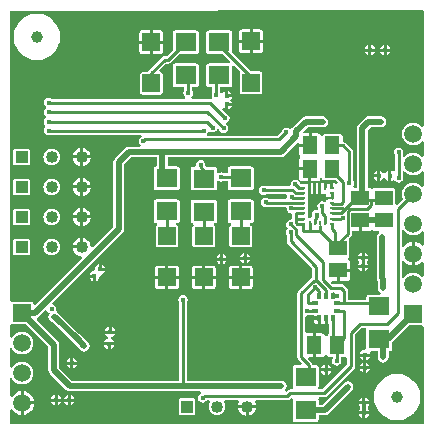
<source format=gtl>
G04 Layer_Physical_Order=1*
G04 Layer_Color=255*
%FSLAX24Y24*%
%MOIN*%
G70*
G01*
G75*
%ADD10R,0.0512X0.0591*%
%ADD11R,0.0591X0.0512*%
%ADD12R,0.0709X0.0630*%
%ADD13R,0.0591X0.0591*%
%ADD14R,0.0217X0.0157*%
%ADD15R,0.0157X0.0213*%
%ADD16R,0.0157X0.0217*%
%ADD17R,0.0177X0.0109*%
%ADD18R,0.0109X0.0177*%
%ADD19C,0.0197*%
%ADD20C,0.0098*%
%ADD21C,0.0118*%
%ADD22C,0.0591*%
%ADD23R,0.0400X0.0400*%
%ADD24C,0.0400*%
%ADD25R,0.0400X0.0400*%
%ADD26C,0.0394*%
%ADD27C,0.0150*%
%ADD28C,0.0170*%
G36*
X13976Y13946D02*
Y10120D01*
X13916Y10100D01*
X13899Y10123D01*
X13821Y10183D01*
X13730Y10221D01*
X13632Y10234D01*
X13534Y10221D01*
X13443Y10183D01*
X13365Y10123D01*
X13305Y10045D01*
X13268Y9954D01*
X13255Y9856D01*
X13268Y9759D01*
X13305Y9668D01*
X13365Y9590D01*
X13443Y9530D01*
X13534Y9492D01*
X13632Y9479D01*
X13730Y9492D01*
X13821Y9530D01*
X13899Y9590D01*
X13916Y9613D01*
X13976Y9592D01*
Y9120D01*
X13916Y9100D01*
X13899Y9123D01*
X13821Y9183D01*
X13730Y9221D01*
X13632Y9234D01*
X13534Y9221D01*
X13443Y9183D01*
X13365Y9123D01*
X13330Y9078D01*
X13270Y9098D01*
Y9170D01*
X13285Y9192D01*
X13297Y9252D01*
X13285Y9312D01*
X13251Y9363D01*
X13200Y9397D01*
X13140Y9409D01*
X13080Y9397D01*
X13029Y9363D01*
X12995Y9312D01*
X12983Y9252D01*
X12995Y9192D01*
X13009Y9170D01*
Y8633D01*
X12949Y8605D01*
X12913Y8629D01*
X12894Y8633D01*
Y8465D01*
Y8296D01*
X12913Y8300D01*
X12938Y8316D01*
X12983Y8328D01*
X13015Y8301D01*
X13029Y8280D01*
X13080Y8246D01*
X13140Y8234D01*
X13200Y8246D01*
X13251Y8280D01*
X13285Y8331D01*
X13297Y8391D01*
X13285Y8451D01*
X13270Y8472D01*
Y8615D01*
X13330Y8635D01*
X13365Y8590D01*
X13443Y8530D01*
X13534Y8492D01*
X13632Y8479D01*
X13730Y8492D01*
X13821Y8530D01*
X13899Y8590D01*
X13916Y8613D01*
X13976Y8592D01*
Y8120D01*
X13916Y8100D01*
X13899Y8123D01*
X13821Y8183D01*
X13730Y8221D01*
X13632Y8234D01*
X13534Y8221D01*
X13443Y8183D01*
X13365Y8123D01*
X13305Y8045D01*
X13268Y7954D01*
X13255Y7856D01*
X13268Y7759D01*
X13292Y7700D01*
X13083Y7492D01*
X13023Y7517D01*
Y7987D01*
X13017Y8018D01*
X13000Y8044D01*
X12974Y8061D01*
X12943Y8067D01*
X12352D01*
X12322Y8061D01*
X12296Y8044D01*
X12287Y8032D01*
X12269Y8027D01*
X12239D01*
X12221Y8032D01*
X12212Y8044D01*
X12186Y8061D01*
X12156Y8067D01*
X12115D01*
Y8292D01*
Y8588D01*
Y9989D01*
X12206Y10080D01*
X12549D01*
X12618Y10094D01*
X12677Y10133D01*
X12716Y10192D01*
X12730Y10261D01*
X12716Y10330D01*
X12677Y10389D01*
X12618Y10428D01*
X12549Y10441D01*
X12131D01*
X12062Y10428D01*
X12003Y10389D01*
X11806Y10192D01*
X11767Y10133D01*
X11753Y10064D01*
Y8588D01*
Y8292D01*
Y8067D01*
X11642D01*
X11641Y8068D01*
X11615Y8127D01*
X11636Y8159D01*
X11648Y8219D01*
X11636Y8278D01*
X11622Y8300D01*
Y9252D01*
X11612Y9302D01*
X11583Y9344D01*
X11362Y9566D01*
X11320Y9594D01*
X11271Y9604D01*
Y9769D01*
X11265Y9799D01*
X11248Y9825D01*
X11222Y9843D01*
X11191Y9849D01*
X10679D01*
X10648Y9843D01*
X10622Y9825D01*
X10605Y9799D01*
X10602Y9787D01*
X10541Y9787D01*
X10537Y9808D01*
X10515Y9841D01*
X10482Y9863D01*
X10443Y9871D01*
X10237D01*
Y9473D01*
X10187D01*
Y9423D01*
X9829D01*
Y9178D01*
X9837Y9139D01*
X9859Y9106D01*
X9849Y9053D01*
X9827Y9020D01*
X9819Y8981D01*
Y8736D01*
X10177D01*
Y8686D01*
X10227D01*
Y8289D01*
X10433D01*
X10472Y8297D01*
X10505Y8319D01*
X10527Y8352D01*
X10531Y8373D01*
X10593Y8373D01*
X10595Y8360D01*
X10613Y8334D01*
X10639Y8317D01*
X10669Y8310D01*
X11042D01*
X11111Y8242D01*
X11107Y8227D01*
X11043Y8197D01*
X11004Y8205D01*
X10965D01*
Y8048D01*
X10865D01*
Y8205D01*
X10827D01*
X10808Y8201D01*
X10781Y8219D01*
X10742Y8227D01*
X10737D01*
Y8036D01*
X10637D01*
Y8227D01*
X10632D01*
X10602Y8221D01*
X10572Y8227D01*
X10568D01*
Y8036D01*
Y7846D01*
X10572D01*
X10602Y7852D01*
X10632Y7846D01*
X10706D01*
X10729Y7788D01*
X10725Y7764D01*
Y7760D01*
X10915D01*
Y7675D01*
X10827D01*
X10796Y7669D01*
X10782Y7660D01*
X10725D01*
Y7655D01*
X10733Y7616D01*
X10691Y7571D01*
X10686Y7570D01*
X10641Y7601D01*
X10581Y7612D01*
X10521Y7601D01*
X10470Y7567D01*
X10436Y7516D01*
X10424Y7456D01*
X10436Y7396D01*
X10450Y7374D01*
Y7351D01*
X10408Y7317D01*
X10348Y7305D01*
X10298Y7271D01*
X10264Y7220D01*
X10252Y7160D01*
X10259Y7122D01*
X10256Y7119D01*
X10228Y7077D01*
X10221Y7044D01*
X10124D01*
X10120Y7048D01*
Y7087D01*
X10114Y7117D01*
X10120Y7147D01*
Y7256D01*
X10114Y7286D01*
X10120Y7316D01*
Y7426D01*
X10114Y7456D01*
X10120Y7486D01*
Y7595D01*
X10114Y7625D01*
X10120Y7655D01*
Y7764D01*
X10115Y7787D01*
X10116Y7793D01*
X10129Y7824D01*
Y8036D01*
Y8227D01*
X10124D01*
X10085Y8219D01*
X10052Y8197D01*
X10043Y8183D01*
X10039Y8183D01*
X9866D01*
X9845Y8204D01*
X9840Y8229D01*
X9806Y8280D01*
X9755Y8314D01*
X9695Y8326D01*
X9635Y8314D01*
X9584Y8280D01*
X9550Y8229D01*
X9538Y8169D01*
X9539Y8165D01*
X9539Y8163D01*
X9490Y8103D01*
X8718D01*
X8697Y8117D01*
X8637Y8129D01*
X8577Y8117D01*
X8526Y8083D01*
X8492Y8032D01*
X8480Y7972D01*
X8492Y7912D01*
X8526Y7862D01*
X8577Y7828D01*
X8637Y7816D01*
X8697Y7828D01*
X8718Y7842D01*
X9381D01*
X9421Y7782D01*
X9415Y7751D01*
X9416Y7746D01*
X9367Y7686D01*
X8824D01*
X8821Y7690D01*
X8771Y7724D01*
X8711Y7735D01*
X8651Y7724D01*
X8600Y7690D01*
X8566Y7639D01*
X8554Y7579D01*
X8566Y7519D01*
X8600Y7468D01*
X8651Y7434D01*
X8711Y7422D01*
X8729Y7426D01*
X8734Y7425D01*
X9368D01*
X9406Y7378D01*
X9404Y7371D01*
X9416Y7311D01*
X9450Y7260D01*
X9501Y7226D01*
X9532Y7220D01*
X9563Y7210D01*
X9589Y7159D01*
Y7050D01*
X9556Y7008D01*
X9539Y6996D01*
X9487Y6985D01*
X9436Y6951D01*
X9402Y6901D01*
X9390Y6841D01*
X9402Y6781D01*
X9436Y6730D01*
X9423Y6667D01*
X9402Y6636D01*
X9390Y6576D01*
X9402Y6516D01*
X9417Y6494D01*
Y6275D01*
X9427Y6225D01*
X9455Y6182D01*
X10265Y5373D01*
Y5082D01*
X10260Y5081D01*
X10218Y5053D01*
X9799Y4634D01*
X9771Y4592D01*
X9761Y4542D01*
Y2411D01*
X9771Y2361D01*
X9799Y2319D01*
X9911Y2208D01*
X9888Y2152D01*
X9685D01*
X9654Y2146D01*
X9628Y2129D01*
X9611Y2103D01*
X9605Y2072D01*
Y1442D01*
X9611Y1411D01*
X9621Y1396D01*
X9608Y1356D01*
X9594Y1336D01*
X9523D01*
X9473Y1326D01*
X9430Y1298D01*
X9390Y1258D01*
X9370Y1262D01*
X9355Y1324D01*
X9394Y1383D01*
X9408Y1452D01*
X9394Y1521D01*
X9355Y1579D01*
X9296Y1619D01*
X9227Y1632D01*
X6085D01*
Y4249D01*
X6100Y4271D01*
X6111Y4331D01*
X6100Y4391D01*
X6066Y4442D01*
X6015Y4476D01*
X5955Y4487D01*
X5895Y4476D01*
X5844Y4442D01*
X5810Y4391D01*
X5798Y4331D01*
X5810Y4271D01*
X5824Y4249D01*
Y1632D01*
X4211D01*
X4208Y1633D01*
X4204Y1632D01*
X2265D01*
X1829Y2068D01*
Y2828D01*
X1816Y2897D01*
X1776Y2955D01*
X1071Y3661D01*
X1089Y3728D01*
X1135Y3758D01*
X1362Y3985D01*
X1427Y3966D01*
X1430Y3951D01*
X1464Y3900D01*
X1507Y3871D01*
X1482Y3834D01*
X1468Y3765D01*
X1482Y3696D01*
X1521Y3637D01*
X1579Y3598D01*
X1586Y3597D01*
X2308Y2874D01*
X2530Y2653D01*
X2588Y2614D01*
X2657Y2600D01*
X2727Y2614D01*
X2785Y2653D01*
X2824Y2711D01*
X2838Y2781D01*
X2824Y2850D01*
X2785Y2908D01*
X2604Y3089D01*
X2603Y3096D01*
X2564Y3154D01*
X2505Y3193D01*
X2499Y3195D01*
X1801Y3892D01*
X1768Y3915D01*
X1742Y3934D01*
X1729Y3996D01*
X1732Y4011D01*
X1720Y4071D01*
X1686Y4122D01*
X1635Y4156D01*
X1620Y4159D01*
X1600Y4224D01*
X3302Y5925D01*
X3942Y6565D01*
X3981Y6624D01*
X3995Y6693D01*
Y8095D01*
Y8833D01*
X4233Y9071D01*
X5085D01*
Y8771D01*
X5059D01*
X5028Y8765D01*
X5002Y8748D01*
X4985Y8722D01*
X4979Y8691D01*
Y8061D01*
X4985Y8030D01*
X5002Y8004D01*
X5028Y7987D01*
X5059Y7981D01*
X5768D01*
X5798Y7987D01*
X5824Y8004D01*
X5842Y8030D01*
X5848Y8061D01*
Y8691D01*
X5842Y8722D01*
X5824Y8748D01*
X5798Y8765D01*
X5768Y8771D01*
X5446D01*
Y9071D01*
X9203D01*
X9272Y9085D01*
X9330Y9124D01*
X9774Y9567D01*
X9829Y9545D01*
Y9523D01*
X10137D01*
Y9871D01*
X9990D01*
X9965Y9931D01*
X10114Y10080D01*
X10605D01*
X10674Y10094D01*
X10733Y10133D01*
X10772Y10192D01*
X10786Y10261D01*
X10772Y10330D01*
X10733Y10389D01*
X10674Y10428D01*
X10605Y10441D01*
X10039D01*
X9970Y10428D01*
X9912Y10389D01*
X9604Y10081D01*
X9575Y10038D01*
X9519Y10029D01*
X9505Y10031D01*
X9460Y10061D01*
X9400Y10073D01*
X9340Y10061D01*
X9289Y10027D01*
X9255Y9976D01*
X9250Y9951D01*
X9100Y9801D01*
X6782D01*
X6765Y9833D01*
X6759Y9861D01*
X6789Y9906D01*
X6790Y9911D01*
X6856Y9935D01*
X6879Y9919D01*
X6939Y9907D01*
X6999Y9919D01*
X7050Y9953D01*
X7080Y9998D01*
X7093Y10006D01*
X7147Y10016D01*
X7158Y10005D01*
X7163Y9979D01*
X7197Y9929D01*
X7248Y9895D01*
X7308Y9883D01*
X7368Y9895D01*
X7419Y9929D01*
X7453Y9979D01*
X7465Y10039D01*
X7453Y10099D01*
X7419Y10150D01*
X7387Y10172D01*
X7397Y10235D01*
X7417Y10239D01*
X7468Y10273D01*
X7502Y10324D01*
X7514Y10384D01*
X7502Y10444D01*
X7468Y10495D01*
X7417Y10529D01*
X7392Y10534D01*
X7257Y10669D01*
X7295Y10715D01*
X7338Y10687D01*
X7357Y10683D01*
Y10851D01*
X7406D01*
Y10901D01*
X7575D01*
X7571Y10920D01*
X7533Y10978D01*
Y10996D01*
X7571Y11054D01*
X7575Y11072D01*
X7406D01*
Y11122D01*
X7357D01*
Y11291D01*
X7338Y11287D01*
X7280Y11248D01*
X7263Y11222D01*
X7254Y11220D01*
X7194Y11226D01*
X7192Y11228D01*
Y11414D01*
X7515D01*
X7545Y11420D01*
X7572Y11437D01*
X7589Y11463D01*
X7595Y11494D01*
Y12116D01*
X7614Y12131D01*
X7652Y12143D01*
X7868Y11928D01*
X7866Y11917D01*
X7849Y11891D01*
X7843Y11860D01*
Y11270D01*
X7849Y11239D01*
X7866Y11213D01*
X7893Y11196D01*
X7923Y11189D01*
X8514D01*
X8544Y11196D01*
X8571Y11213D01*
X8588Y11239D01*
X8594Y11270D01*
Y11860D01*
X8588Y11891D01*
X8571Y11917D01*
X8544Y11934D01*
X8514Y11941D01*
X8224D01*
X7591Y12574D01*
X7595Y12596D01*
Y13226D01*
X7589Y13257D01*
X7572Y13283D01*
X7545Y13301D01*
X7515Y13307D01*
X6806D01*
X6775Y13301D01*
X6749Y13283D01*
X6732Y13257D01*
X6726Y13226D01*
Y12596D01*
X6732Y12566D01*
X6749Y12540D01*
X6775Y12522D01*
X6806Y12516D01*
X7280D01*
X7534Y12262D01*
X7521Y12223D01*
X7507Y12204D01*
X6806D01*
X6775Y12198D01*
X6749Y12181D01*
X6732Y12155D01*
X6726Y12124D01*
Y11494D01*
X6732Y11463D01*
X6749Y11437D01*
X6775Y11420D01*
X6806Y11414D01*
X6932D01*
Y11228D01*
X6917Y11207D01*
X6905Y11147D01*
X6917Y11087D01*
X6931Y11066D01*
X6895Y11026D01*
X6889Y11021D01*
X6841Y11031D01*
X6246D01*
X6228Y11091D01*
X6245Y11102D01*
X6281Y11157D01*
X6294Y11220D01*
X6281Y11284D01*
X6257Y11320D01*
Y11414D01*
X6398D01*
X6428Y11420D01*
X6454Y11437D01*
X6472Y11463D01*
X6478Y11494D01*
Y12124D01*
X6472Y12155D01*
X6454Y12181D01*
X6428Y12198D01*
X6398Y12204D01*
X5689D01*
X5658Y12198D01*
X5632Y12181D01*
X5615Y12155D01*
X5609Y12124D01*
Y11494D01*
X5615Y11463D01*
X5632Y11437D01*
X5658Y11420D01*
X5689Y11414D01*
X5997D01*
Y11320D01*
X5973Y11284D01*
X5960Y11220D01*
X5973Y11157D01*
X6009Y11102D01*
X6026Y11091D01*
X6008Y11031D01*
X1558D01*
X1536Y11045D01*
X1476Y11057D01*
X1416Y11045D01*
X1366Y11011D01*
X1332Y10961D01*
X1320Y10901D01*
X1332Y10841D01*
X1366Y10790D01*
X1386Y10776D01*
Y10705D01*
X1366Y10692D01*
X1332Y10641D01*
X1320Y10581D01*
X1332Y10521D01*
X1366Y10470D01*
X1386Y10456D01*
Y10385D01*
X1366Y10372D01*
X1332Y10321D01*
X1320Y10261D01*
X1332Y10201D01*
X1366Y10150D01*
X1367Y10149D01*
Y10077D01*
X1366Y10076D01*
X1332Y10026D01*
X1320Y9966D01*
X1332Y9906D01*
X1366Y9855D01*
X1416Y9821D01*
X1476Y9809D01*
X1536Y9821D01*
X1558Y9835D01*
X4524D01*
X4569Y9775D01*
X4566Y9766D01*
X4515Y9732D01*
X4481Y9681D01*
X4469Y9621D01*
X4481Y9561D01*
X4515Y9510D01*
X4542Y9493D01*
X4523Y9433D01*
X4158D01*
X4089Y9419D01*
X4031Y9380D01*
X3686Y9035D01*
X3647Y8977D01*
X3633Y8907D01*
Y8095D01*
Y6768D01*
X3046Y6181D01*
X2936Y6070D01*
X2901Y6080D01*
X2876Y6095D01*
X2867Y6165D01*
X2837Y6238D01*
X2789Y6301D01*
X2726Y6349D01*
X2653Y6379D01*
X2625Y6383D01*
Y6087D01*
X2575D01*
Y6037D01*
X2279D01*
X2283Y6008D01*
X2313Y5935D01*
X2361Y5873D01*
X2424Y5825D01*
X2496Y5794D01*
X2566Y5785D01*
X2581Y5760D01*
X2591Y5726D01*
X1022Y4156D01*
X988Y4170D01*
X965Y4185D01*
X960Y4212D01*
X943Y4238D01*
X917Y4255D01*
X886Y4261D01*
X295D01*
X265Y4255D01*
X257Y4250D01*
X200Y4274D01*
X197Y4277D01*
X197Y13964D01*
X13934Y13988D01*
X13976Y13946D01*
D02*
G37*
G36*
X13365Y6590D02*
X13443Y6530D01*
X13534Y6492D01*
X13632Y6479D01*
X13730Y6492D01*
X13821Y6530D01*
X13899Y6590D01*
X13916Y6613D01*
X13976Y6592D01*
Y6150D01*
X13920Y6131D01*
X13914Y6138D01*
X13831Y6202D01*
X13735Y6241D01*
X13682Y6248D01*
Y5856D01*
Y5464D01*
X13735Y5471D01*
X13831Y5511D01*
X13914Y5574D01*
X13920Y5582D01*
X13976Y5563D01*
Y5120D01*
X13916Y5100D01*
X13899Y5123D01*
X13821Y5183D01*
X13730Y5221D01*
X13632Y5234D01*
X13534Y5221D01*
X13443Y5183D01*
X13365Y5123D01*
X13305Y5045D01*
X13246Y5058D01*
Y5612D01*
X13306Y5632D01*
X13350Y5574D01*
X13433Y5511D01*
X13529Y5471D01*
X13582Y5464D01*
Y5856D01*
Y6248D01*
X13529Y6241D01*
X13433Y6202D01*
X13350Y6138D01*
X13306Y6080D01*
X13246Y6101D01*
Y6655D01*
X13305Y6668D01*
X13365Y6590D01*
D02*
G37*
G36*
X11910Y6625D02*
X12156D01*
X12195Y6633D01*
X12228Y6655D01*
X12280D01*
X12313Y6633D01*
X12352Y6625D01*
X12476D01*
X12494Y6565D01*
X12471Y6550D01*
X12432Y6491D01*
X12418Y6422D01*
Y6152D01*
Y5044D01*
X12432Y4975D01*
X12442Y4959D01*
Y4724D01*
X12456Y4655D01*
X12495Y4597D01*
X12551Y4560D01*
X12552Y4555D01*
X12527Y4500D01*
X12146D01*
X12115Y4493D01*
X12089Y4476D01*
X12071Y4450D01*
X12065Y4419D01*
Y4333D01*
X11449D01*
Y4626D01*
X11439Y4676D01*
X11411Y4718D01*
X11313Y4817D01*
X11270Y4845D01*
X11220Y4855D01*
X11035D01*
X11030Y4856D01*
X10930D01*
X10889Y4897D01*
X10912Y4952D01*
X11072D01*
Y5310D01*
X11122D01*
Y5360D01*
X11519D01*
Y5566D01*
X11512Y5605D01*
X11490Y5638D01*
X11456Y5660D01*
X11436Y5664D01*
X11436Y5725D01*
X11448Y5728D01*
X11474Y5745D01*
X11492Y5771D01*
X11498Y5802D01*
Y6314D01*
X11492Y6345D01*
X11475Y6369D01*
X11548Y6442D01*
X11576Y6485D01*
X11586Y6534D01*
Y6625D01*
X11810D01*
Y6983D01*
X11910D01*
Y6625D01*
D02*
G37*
G36*
X265Y3516D02*
X295Y3510D01*
X711D01*
X1468Y2753D01*
Y1993D01*
X1482Y1924D01*
X1521Y1865D01*
X2062Y1324D01*
X2121Y1285D01*
X2190Y1271D01*
X6509D01*
X6552Y1211D01*
X6548Y1200D01*
X6497Y1166D01*
X6464Y1115D01*
X6452Y1055D01*
X6464Y995D01*
X6497Y944D01*
X6548Y910D01*
X6608Y899D01*
X6668Y910D01*
X6719Y944D01*
X6741Y977D01*
X6824D01*
X6853Y917D01*
X6843Y903D01*
X6815Y836D01*
X6805Y763D01*
X6815Y690D01*
X6843Y622D01*
X6888Y564D01*
X6946Y519D01*
X7014Y491D01*
X7087Y482D01*
X7159Y491D01*
X7227Y519D01*
X7285Y564D01*
X7330Y622D01*
X7358Y690D01*
X7368Y763D01*
X7358Y836D01*
X7330Y903D01*
X7320Y917D01*
X7349Y977D01*
X7797D01*
X7827Y917D01*
X7825Y914D01*
X7794Y841D01*
X7791Y813D01*
X8087D01*
X8383D01*
X8379Y841D01*
X8349Y914D01*
X8347Y917D01*
X8376Y977D01*
X9424D01*
X9474Y987D01*
X9516Y1015D01*
X9545Y1043D01*
X9564Y1047D01*
X9569Y1045D01*
X9611Y1000D01*
X9605Y969D01*
Y340D01*
X9611Y309D01*
X9628Y283D01*
X9654Y265D01*
X9685Y259D01*
X10394D01*
X10424Y265D01*
X10450Y283D01*
X10468Y309D01*
X10474Y340D01*
Y474D01*
X10669D01*
X10738Y488D01*
X10797Y527D01*
X11570Y1299D01*
X11609Y1358D01*
X11623Y1427D01*
X11609Y1496D01*
X11570Y1555D01*
X11511Y1594D01*
X11442Y1608D01*
X11373Y1594D01*
X11314Y1555D01*
X10594Y835D01*
X10474D01*
Y969D01*
X10468Y1000D01*
X10458Y1015D01*
X10471Y1055D01*
X10484Y1075D01*
X10655D01*
X10704Y1085D01*
X10747Y1113D01*
X11643Y2010D01*
X11672Y2052D01*
X11682Y2102D01*
Y3180D01*
X11890Y3388D01*
X12026D01*
X12038Y3378D01*
X12068Y3328D01*
X12065Y3317D01*
Y2713D01*
X12023Y2669D01*
X12009Y2663D01*
X12008Y2664D01*
X11940Y2650D01*
X11882Y2611D01*
X11843Y2554D01*
X11839Y2535D01*
X12176D01*
X12174Y2547D01*
X12178Y2561D01*
X12209Y2607D01*
X12442D01*
Y2411D01*
X12456Y2342D01*
X12495Y2284D01*
X12554Y2245D01*
X12623Y2231D01*
X12692Y2245D01*
X12751Y2284D01*
X12790Y2342D01*
X12804Y2411D01*
Y2607D01*
X12854D01*
X12885Y2613D01*
X12911Y2630D01*
X12929Y2656D01*
X12935Y2687D01*
Y2904D01*
X13512Y3481D01*
X13927D01*
X13976Y3433D01*
Y197D01*
X197D01*
Y653D01*
X257Y671D01*
X309Y604D01*
X391Y541D01*
X487Y501D01*
X541Y494D01*
Y886D01*
Y1278D01*
X487Y1271D01*
X391Y1231D01*
X309Y1168D01*
X257Y1100D01*
X197Y1119D01*
Y1702D01*
X257Y1714D01*
X264Y1697D01*
X324Y1619D01*
X402Y1559D01*
X493Y1521D01*
X591Y1509D01*
X688Y1521D01*
X779Y1559D01*
X857Y1619D01*
X917Y1697D01*
X955Y1788D01*
X968Y1886D01*
X955Y1983D01*
X917Y2074D01*
X857Y2153D01*
X779Y2213D01*
X688Y2250D01*
X591Y2263D01*
X493Y2250D01*
X402Y2213D01*
X324Y2153D01*
X264Y2074D01*
X257Y2058D01*
X197Y2069D01*
Y2702D01*
X257Y2714D01*
X264Y2697D01*
X324Y2619D01*
X402Y2559D01*
X493Y2521D01*
X591Y2509D01*
X688Y2521D01*
X779Y2559D01*
X857Y2619D01*
X917Y2697D01*
X955Y2788D01*
X968Y2886D01*
X955Y2983D01*
X917Y3074D01*
X857Y3153D01*
X779Y3213D01*
X688Y3250D01*
X591Y3263D01*
X493Y3250D01*
X402Y3213D01*
X324Y3153D01*
X264Y3074D01*
X257Y3058D01*
X197Y3069D01*
Y3495D01*
X200Y3498D01*
X257Y3522D01*
X265Y3516D01*
D02*
G37*
G36*
X10227Y3814D02*
X10258Y3807D01*
X10311D01*
Y3769D01*
X10492D01*
Y3719D01*
X10542D01*
Y3510D01*
X10571D01*
X10610Y3518D01*
X10612Y3520D01*
X10650Y3512D01*
X10678D01*
Y3722D01*
X10778D01*
Y3512D01*
X10807D01*
X10834Y3490D01*
Y3181D01*
X10827D01*
X10796Y3175D01*
X10770Y3157D01*
X10753Y3131D01*
X10750Y3118D01*
X10689Y3118D01*
X10685Y3139D01*
X10663Y3172D01*
X10630Y3195D01*
X10591Y3202D01*
X10385D01*
Y2805D01*
Y2408D01*
X10591D01*
X10630Y2416D01*
X10663Y2438D01*
X10685Y2471D01*
X10689Y2492D01*
X10750Y2492D01*
X10753Y2479D01*
X10770Y2453D01*
X10796Y2436D01*
X10827Y2430D01*
X10942D01*
Y2370D01*
X10928Y2348D01*
X10916Y2288D01*
X10928Y2228D01*
X10962Y2178D01*
X11013Y2144D01*
X11073Y2132D01*
X11133Y2144D01*
X11184Y2178D01*
X11218Y2228D01*
X11230Y2288D01*
X11218Y2348D01*
X11203Y2370D01*
Y2430D01*
X11339D01*
X11361Y2434D01*
X11385Y2424D01*
X11421Y2398D01*
Y2156D01*
X10600Y1336D01*
X10484D01*
X10471Y1356D01*
X10458Y1396D01*
X10468Y1411D01*
X10474Y1442D01*
Y2072D01*
X10468Y2103D01*
X10450Y2129D01*
X10424Y2146D01*
X10394Y2152D01*
X10268D01*
Y2165D01*
X10258Y2215D01*
X10230Y2258D01*
X10135Y2352D01*
X10158Y2408D01*
X10285D01*
Y2805D01*
Y3202D01*
X10079D01*
X10022Y3250D01*
Y3763D01*
X10082Y3812D01*
X10093Y3810D01*
X10153Y3822D01*
X10201Y3831D01*
X10227Y3814D01*
D02*
G37*
%LPC*%
G36*
X3250Y5509D02*
Y5390D01*
X3368D01*
X3364Y5409D01*
X3326Y5467D01*
X3268Y5505D01*
X3250Y5509D01*
D02*
G37*
G36*
X3569Y3417D02*
Y3298D01*
X3687D01*
X3684Y3316D01*
X3645Y3374D01*
X3587Y3413D01*
X3569Y3417D01*
D02*
G37*
G36*
X5811Y5019D02*
X5463D01*
Y4672D01*
X5709D01*
X5748Y4679D01*
X5781Y4702D01*
X5803Y4735D01*
X5811Y4774D01*
Y5019D01*
D02*
G37*
G36*
X5363D02*
X5016D01*
Y4774D01*
X5024Y4735D01*
X5046Y4702D01*
X5079Y4679D01*
X5118Y4672D01*
X5363D01*
Y5019D01*
D02*
G37*
G36*
X3469Y3417D02*
X3450Y3413D01*
X3393Y3374D01*
X3354Y3316D01*
X3350Y3298D01*
X3469D01*
Y3417D01*
D02*
G37*
G36*
X3687Y3198D02*
X3350D01*
X3354Y3180D01*
X3393Y3122D01*
X3448Y3085D01*
X3450Y3074D01*
X3445Y3023D01*
X3426Y3019D01*
X3368Y2980D01*
X3329Y2923D01*
X3326Y2904D01*
X3663D01*
X3659Y2923D01*
X3620Y2980D01*
X3565Y3018D01*
X3563Y3028D01*
X3568Y3079D01*
X3587Y3083D01*
X3645Y3122D01*
X3684Y3180D01*
X3687Y3198D01*
D02*
G37*
G36*
X3663Y2804D02*
X3544D01*
Y2686D01*
X3562Y2689D01*
X3620Y2728D01*
X3659Y2786D01*
X3663Y2804D01*
D02*
G37*
G36*
X3444D02*
X3326D01*
X3329Y2786D01*
X3368Y2728D01*
X3426Y2689D01*
X3444Y2686D01*
Y2804D01*
D02*
G37*
G36*
X6594Y5019D02*
X6246D01*
Y4774D01*
X6254Y4735D01*
X6276Y4702D01*
X6309Y4679D01*
X6348Y4672D01*
X6594D01*
Y5019D01*
D02*
G37*
G36*
Y5466D02*
X6348D01*
X6309Y5458D01*
X6276Y5436D01*
X6254Y5403D01*
X6246Y5364D01*
Y5119D01*
X6594D01*
Y5466D01*
D02*
G37*
G36*
X5363D02*
X5118D01*
X5079Y5458D01*
X5046Y5436D01*
X5024Y5403D01*
X5016Y5364D01*
Y5119D01*
X5363D01*
Y5466D01*
D02*
G37*
G36*
X7824Y5466D02*
X7579D01*
X7540Y5458D01*
X7507Y5436D01*
X7485Y5403D01*
X7477Y5364D01*
Y5119D01*
X7824D01*
Y5466D01*
D02*
G37*
G36*
X6939Y5466D02*
X6694D01*
Y5119D01*
X7041D01*
Y5364D01*
X7033Y5403D01*
X7011Y5436D01*
X6978Y5458D01*
X6939Y5466D01*
D02*
G37*
G36*
X5709D02*
X5463D01*
Y5119D01*
X5811D01*
Y5364D01*
X5803Y5403D01*
X5781Y5436D01*
X5748Y5458D01*
X5709Y5466D01*
D02*
G37*
G36*
X3150Y5509D02*
X3131Y5505D01*
X3073Y5467D01*
X3035Y5409D01*
X3024Y5353D01*
X3017Y5337D01*
X2970Y5290D01*
X2934Y5283D01*
X2876Y5244D01*
X2837Y5186D01*
X2833Y5168D01*
X3002D01*
Y5118D01*
X3052D01*
Y4950D01*
X3070Y4953D01*
X3128Y4992D01*
X3167Y5050D01*
X3178Y5105D01*
X3184Y5122D01*
X3232Y5168D01*
X3268Y5176D01*
X3326Y5214D01*
X3364Y5272D01*
X3368Y5290D01*
X3200D01*
Y5340D01*
X3150D01*
Y5509D01*
D02*
G37*
G36*
X8169Y5466D02*
X7924D01*
Y5119D01*
X8271D01*
Y5364D01*
X8263Y5403D01*
X8241Y5436D01*
X8208Y5458D01*
X8169Y5466D01*
D02*
G37*
G36*
X7041Y5019D02*
X6694D01*
Y4672D01*
X6939D01*
X6978Y4679D01*
X7011Y4702D01*
X7033Y4735D01*
X7041Y4774D01*
Y5019D01*
D02*
G37*
G36*
X2952Y5068D02*
X2833D01*
X2837Y5050D01*
X2876Y4992D01*
X2934Y4953D01*
X2952Y4950D01*
Y5068D01*
D02*
G37*
G36*
X8271Y5019D02*
X7924D01*
Y4672D01*
X8169D01*
X8208Y4679D01*
X8241Y4702D01*
X8263Y4735D01*
X8271Y4774D01*
Y5019D01*
D02*
G37*
G36*
X7824D02*
X7477D01*
Y4774D01*
X7485Y4735D01*
X7507Y4702D01*
X7540Y4679D01*
X7579Y4672D01*
X7824D01*
Y5019D01*
D02*
G37*
G36*
X2408Y2165D02*
X2289D01*
Y2046D01*
X2307Y2050D01*
X2365Y2088D01*
X2404Y2146D01*
X2408Y2165D01*
D02*
G37*
G36*
X2189D02*
X2071D01*
X2074Y2146D01*
X2113Y2088D01*
X2171Y2050D01*
X2189Y2046D01*
Y2165D01*
D02*
G37*
G36*
X2289Y2383D02*
Y2265D01*
X2408D01*
X2404Y2283D01*
X2365Y2341D01*
X2307Y2379D01*
X2289Y2383D01*
D02*
G37*
G36*
X2189D02*
X2171Y2379D01*
X2113Y2341D01*
X2074Y2283D01*
X2071Y2265D01*
X2189D01*
Y2383D01*
D02*
G37*
G36*
X7575Y10801D02*
X7456D01*
Y10683D01*
X7475Y10687D01*
X7533Y10725D01*
X7571Y10783D01*
X7575Y10801D01*
D02*
G37*
G36*
X2625Y9383D02*
Y9137D01*
X2871D01*
X2867Y9165D01*
X2837Y9238D01*
X2789Y9301D01*
X2726Y9349D01*
X2653Y9379D01*
X2625Y9383D01*
D02*
G37*
G36*
X2525D02*
X2496Y9379D01*
X2424Y9349D01*
X2361Y9301D01*
X2313Y9238D01*
X2283Y9165D01*
X2279Y9137D01*
X2525D01*
Y9383D01*
D02*
G37*
G36*
X6398Y13307D02*
X5689D01*
X5658Y13301D01*
X5632Y13283D01*
X5615Y13257D01*
X5609Y13226D01*
Y12661D01*
X5409Y12461D01*
X5343D01*
X5293Y12451D01*
X5250Y12423D01*
X4804Y11977D01*
X4776Y11935D01*
X4772Y11916D01*
X4601D01*
X4571Y11910D01*
X4545Y11892D01*
X4527Y11866D01*
X4521Y11836D01*
Y11245D01*
X4527Y11214D01*
X4545Y11188D01*
X4571Y11171D01*
X4601Y11165D01*
X5192D01*
X5223Y11171D01*
X5249Y11188D01*
X5266Y11214D01*
X5272Y11245D01*
Y11836D01*
X5266Y11866D01*
X5249Y11892D01*
X5223Y11910D01*
X5196Y11915D01*
X5181Y11938D01*
X5168Y11971D01*
X5397Y12200D01*
X5463D01*
X5513Y12210D01*
X5555Y12238D01*
X5833Y12516D01*
X6398D01*
X6428Y12522D01*
X6454Y12540D01*
X6472Y12566D01*
X6478Y12596D01*
Y13226D01*
X6472Y13257D01*
X6454Y13283D01*
X6428Y13301D01*
X6398Y13307D01*
D02*
G37*
G36*
X12349Y12598D02*
X12230D01*
Y12479D01*
X12248Y12483D01*
X12306Y12521D01*
X12345Y12579D01*
X12349Y12598D01*
D02*
G37*
G36*
X12130D02*
X12012D01*
X12015Y12579D01*
X12054Y12521D01*
X12112Y12483D01*
X12130Y12479D01*
Y12598D01*
D02*
G37*
G36*
X7456Y11291D02*
Y11172D01*
X7575D01*
X7571Y11190D01*
X7533Y11248D01*
X7475Y11287D01*
X7456Y11291D01*
D02*
G37*
G36*
X775Y9367D02*
X375D01*
X344Y9361D01*
X318Y9343D01*
X301Y9317D01*
X295Y9287D01*
Y8887D01*
X301Y8856D01*
X318Y8830D01*
X344Y8812D01*
X375Y8806D01*
X775D01*
X806Y8812D01*
X832Y8830D01*
X849Y8856D01*
X855Y8887D01*
Y9287D01*
X849Y9317D01*
X832Y9343D01*
X806Y9361D01*
X775Y9367D01*
D02*
G37*
G36*
X12425Y8633D02*
X12407Y8629D01*
X12349Y8591D01*
X12311Y8533D01*
X12307Y8515D01*
X12425D01*
Y8633D01*
D02*
G37*
G36*
Y8415D02*
X12307D01*
X12311Y8396D01*
X12349Y8338D01*
X12407Y8300D01*
X12425Y8296D01*
Y8415D01*
D02*
G37*
G36*
X10127Y8636D02*
X9819D01*
Y8391D01*
X9827Y8352D01*
X9849Y8319D01*
X9882Y8297D01*
X9921Y8289D01*
X10127D01*
Y8636D01*
D02*
G37*
G36*
X12794Y8633D02*
X12776Y8629D01*
X12718Y8591D01*
X12693Y8553D01*
X12692Y8553D01*
X12628D01*
X12627Y8553D01*
X12602Y8591D01*
X12544Y8629D01*
X12525Y8633D01*
Y8465D01*
Y8296D01*
X12544Y8300D01*
X12602Y8338D01*
X12627Y8376D01*
X12628Y8377D01*
X12692D01*
X12693Y8376D01*
X12718Y8338D01*
X12776Y8300D01*
X12794Y8296D01*
Y8465D01*
Y8633D01*
D02*
G37*
G36*
X1575Y9368D02*
X1502Y9358D01*
X1434Y9330D01*
X1376Y9285D01*
X1331Y9227D01*
X1303Y9159D01*
X1294Y9087D01*
X1303Y9014D01*
X1331Y8946D01*
X1376Y8888D01*
X1434Y8843D01*
X1502Y8815D01*
X1575Y8805D01*
X1648Y8815D01*
X1715Y8843D01*
X1774Y8888D01*
X1818Y8946D01*
X1846Y9014D01*
X1856Y9087D01*
X1846Y9159D01*
X1818Y9227D01*
X1774Y9285D01*
X1715Y9330D01*
X1648Y9358D01*
X1575Y9368D01*
D02*
G37*
G36*
X2871Y9037D02*
X2625D01*
Y8791D01*
X2653Y8794D01*
X2726Y8825D01*
X2789Y8873D01*
X2837Y8935D01*
X2867Y9008D01*
X2871Y9037D01*
D02*
G37*
G36*
X2525D02*
X2279D01*
X2283Y9008D01*
X2313Y8935D01*
X2361Y8873D01*
X2424Y8825D01*
X2496Y8794D01*
X2525Y8791D01*
Y9037D01*
D02*
G37*
G36*
X4847Y13316D02*
X4601D01*
X4562Y13308D01*
X4529Y13286D01*
X4507Y13253D01*
X4499Y13214D01*
Y12968D01*
X4847D01*
Y13316D01*
D02*
G37*
G36*
X12747Y12816D02*
Y12698D01*
X12865D01*
X12862Y12716D01*
X12823Y12774D01*
X12765Y12812D01*
X12747Y12816D01*
D02*
G37*
G36*
X12647D02*
X12629Y12812D01*
X12571Y12774D01*
X12532Y12716D01*
X12528Y12698D01*
X12647D01*
Y12816D01*
D02*
G37*
G36*
X5192Y13316D02*
X4947D01*
Y12968D01*
X5294D01*
Y13214D01*
X5286Y13253D01*
X5264Y13286D01*
X5231Y13308D01*
X5192Y13316D01*
D02*
G37*
G36*
X1083Y13863D02*
X1079Y13862D01*
X1075Y13863D01*
X940Y13849D01*
X932Y13847D01*
X924Y13846D01*
X794Y13807D01*
X787Y13803D01*
X780Y13801D01*
X660Y13737D01*
X654Y13732D01*
X647Y13728D01*
X542Y13642D01*
X537Y13636D01*
X531Y13631D01*
X445Y13526D01*
X441Y13519D01*
X436Y13513D01*
X372Y13393D01*
X370Y13386D01*
X366Y13379D01*
X327Y13249D01*
X326Y13241D01*
X324Y13233D01*
X310Y13098D01*
X311Y13091D01*
X310Y13083D01*
X324Y12948D01*
X326Y12940D01*
X327Y12932D01*
X366Y12802D01*
X370Y12795D01*
X372Y12788D01*
X436Y12668D01*
X441Y12662D01*
X445Y12655D01*
X531Y12550D01*
X537Y12545D01*
X542Y12539D01*
X647Y12453D01*
X654Y12449D01*
X660Y12444D01*
X780Y12380D01*
X787Y12378D01*
X794Y12374D01*
X924Y12335D01*
X932Y12334D01*
X940Y12332D01*
X1075Y12318D01*
X1079Y12319D01*
X1083Y12318D01*
X1087Y12319D01*
X1091Y12318D01*
X1226Y12332D01*
X1233Y12334D01*
X1241Y12335D01*
X1371Y12374D01*
X1378Y12378D01*
X1385Y12380D01*
X1505Y12444D01*
X1511Y12449D01*
X1518Y12453D01*
X1623Y12539D01*
X1628Y12545D01*
X1634Y12550D01*
X1720Y12655D01*
X1724Y12662D01*
X1729Y12668D01*
X1793Y12788D01*
X1795Y12795D01*
X1799Y12802D01*
X1839Y12932D01*
X1839Y12940D01*
X1842Y12948D01*
X1855Y13083D01*
X1854Y13091D01*
X1855Y13098D01*
X1842Y13233D01*
X1839Y13241D01*
X1839Y13249D01*
X1799Y13379D01*
X1795Y13386D01*
X1793Y13393D01*
X1729Y13513D01*
X1724Y13519D01*
X1720Y13526D01*
X1634Y13631D01*
X1628Y13636D01*
X1623Y13642D01*
X1518Y13728D01*
X1511Y13732D01*
X1505Y13737D01*
X1385Y13801D01*
X1378Y13803D01*
X1371Y13807D01*
X1241Y13846D01*
X1233Y13847D01*
X1226Y13849D01*
X1091Y13863D01*
X1087Y13862D01*
X1083Y13863D01*
D02*
G37*
G36*
X8514Y13340D02*
X8269D01*
Y12993D01*
X8616D01*
Y13238D01*
X8608Y13277D01*
X8586Y13310D01*
X8553Y13332D01*
X8514Y13340D01*
D02*
G37*
G36*
X8169D02*
X7923D01*
X7884Y13332D01*
X7851Y13310D01*
X7829Y13277D01*
X7821Y13238D01*
Y12993D01*
X8169D01*
Y13340D01*
D02*
G37*
G36*
X12230Y12816D02*
Y12698D01*
X12349D01*
X12345Y12716D01*
X12306Y12774D01*
X12248Y12812D01*
X12230Y12816D01*
D02*
G37*
G36*
X4847Y12868D02*
X4499D01*
Y12623D01*
X4507Y12584D01*
X4529Y12551D01*
X4562Y12529D01*
X4601Y12521D01*
X4847D01*
Y12868D01*
D02*
G37*
G36*
X12865Y12598D02*
X12747D01*
Y12479D01*
X12765Y12483D01*
X12823Y12521D01*
X12862Y12579D01*
X12865Y12598D01*
D02*
G37*
G36*
X12647D02*
X12528D01*
X12532Y12579D01*
X12571Y12521D01*
X12629Y12483D01*
X12647Y12479D01*
Y12598D01*
D02*
G37*
G36*
X5294Y12868D02*
X4947D01*
Y12521D01*
X5192D01*
X5231Y12529D01*
X5264Y12551D01*
X5286Y12584D01*
X5294Y12623D01*
Y12868D01*
D02*
G37*
G36*
X12130Y12816D02*
X12112Y12812D01*
X12054Y12774D01*
X12015Y12716D01*
X12012Y12698D01*
X12130D01*
Y12816D01*
D02*
G37*
G36*
X8616Y12893D02*
X8269D01*
Y12546D01*
X8514D01*
X8553Y12553D01*
X8586Y12576D01*
X8608Y12609D01*
X8616Y12648D01*
Y12893D01*
D02*
G37*
G36*
X8169D02*
X7821D01*
Y12648D01*
X7829Y12609D01*
X7851Y12576D01*
X7884Y12553D01*
X7923Y12546D01*
X8169D01*
Y12893D01*
D02*
G37*
G36*
X10298Y8227D02*
X10294D01*
X10264Y8221D01*
X10234Y8227D01*
X10229D01*
Y8036D01*
Y7846D01*
X10234D01*
X10264Y7852D01*
X10294Y7846D01*
X10298D01*
Y8036D01*
Y8227D01*
D02*
G37*
G36*
X1575Y6368D02*
X1502Y6358D01*
X1434Y6330D01*
X1376Y6285D01*
X1331Y6227D01*
X1303Y6159D01*
X1294Y6087D01*
X1303Y6014D01*
X1331Y5946D01*
X1376Y5888D01*
X1434Y5843D01*
X1502Y5815D01*
X1575Y5805D01*
X1648Y5815D01*
X1715Y5843D01*
X1774Y5888D01*
X1818Y5946D01*
X1846Y6014D01*
X1856Y6087D01*
X1846Y6159D01*
X1818Y6227D01*
X1774Y6285D01*
X1715Y6330D01*
X1648Y6358D01*
X1575Y6368D01*
D02*
G37*
G36*
X775Y6367D02*
X375D01*
X344Y6361D01*
X318Y6343D01*
X301Y6317D01*
X295Y6287D01*
Y5887D01*
X301Y5856D01*
X318Y5830D01*
X344Y5812D01*
X375Y5806D01*
X775D01*
X806Y5812D01*
X832Y5830D01*
X849Y5856D01*
X855Y5887D01*
Y6287D01*
X849Y6317D01*
X832Y6343D01*
X806Y6361D01*
X775Y6367D01*
D02*
G37*
G36*
X8228Y7669D02*
X7520D01*
X7489Y7663D01*
X7463Y7645D01*
X7446Y7619D01*
X7439Y7589D01*
Y6959D01*
X7446Y6928D01*
X7463Y6902D01*
X7489Y6884D01*
X7520Y6878D01*
X7553D01*
X7558Y6818D01*
X7548Y6816D01*
X7522Y6799D01*
X7505Y6773D01*
X7498Y6742D01*
Y6152D01*
X7505Y6121D01*
X7522Y6095D01*
X7548Y6077D01*
X7579Y6071D01*
X8169D01*
X8200Y6077D01*
X8226Y6095D01*
X8243Y6121D01*
X8250Y6152D01*
Y6742D01*
X8243Y6773D01*
X8226Y6799D01*
X8200Y6816D01*
X8190Y6818D01*
X8195Y6878D01*
X8228D01*
X8259Y6884D01*
X8285Y6902D01*
X8303Y6928D01*
X8309Y6959D01*
Y7589D01*
X8303Y7619D01*
X8285Y7645D01*
X8259Y7663D01*
X8228Y7669D01*
D02*
G37*
G36*
X6998Y7659D02*
X6289D01*
X6259Y7653D01*
X6233Y7636D01*
X6215Y7609D01*
X6209Y7579D01*
Y6949D01*
X6215Y6918D01*
X6233Y6892D01*
X6259Y6875D01*
X6289Y6869D01*
X6296D01*
X6296Y6868D01*
X6306Y6809D01*
X6292Y6799D01*
X6274Y6773D01*
X6268Y6742D01*
Y6152D01*
X6274Y6121D01*
X6292Y6095D01*
X6318Y6077D01*
X6348Y6071D01*
X6939D01*
X6970Y6077D01*
X6996Y6095D01*
X7013Y6121D01*
X7019Y6152D01*
Y6742D01*
X7013Y6773D01*
X6996Y6799D01*
X6981Y6809D01*
X6991Y6868D01*
X6991Y6869D01*
X6998D01*
X7029Y6875D01*
X7055Y6892D01*
X7072Y6918D01*
X7078Y6949D01*
Y7579D01*
X7072Y7609D01*
X7055Y7636D01*
X7029Y7653D01*
X6998Y7659D01*
D02*
G37*
G36*
X5768Y7669D02*
X5059D01*
X5028Y7663D01*
X5002Y7645D01*
X4985Y7619D01*
X4979Y7589D01*
Y6959D01*
X4985Y6928D01*
X5002Y6902D01*
X5028Y6884D01*
X5059Y6878D01*
X5092D01*
X5098Y6818D01*
X5087Y6816D01*
X5061Y6799D01*
X5044Y6773D01*
X5038Y6742D01*
Y6152D01*
X5044Y6121D01*
X5061Y6095D01*
X5087Y6077D01*
X5118Y6071D01*
X5709D01*
X5739Y6077D01*
X5765Y6095D01*
X5783Y6121D01*
X5789Y6152D01*
Y6742D01*
X5783Y6773D01*
X5765Y6799D01*
X5739Y6816D01*
X5729Y6818D01*
X5735Y6878D01*
X5768D01*
X5798Y6884D01*
X5824Y6902D01*
X5842Y6928D01*
X5848Y6959D01*
Y7589D01*
X5842Y7619D01*
X5824Y7645D01*
X5798Y7663D01*
X5768Y7669D01*
D02*
G37*
G36*
X8072Y5877D02*
Y5759D01*
X8190D01*
X8187Y5777D01*
X8148Y5835D01*
X8090Y5874D01*
X8072Y5877D01*
D02*
G37*
G36*
X7972Y5659D02*
X7853D01*
X7857Y5640D01*
X7895Y5582D01*
X7953Y5544D01*
X7972Y5540D01*
Y5659D01*
D02*
G37*
G36*
X7403Y5634D02*
X7284D01*
Y5516D01*
X7303Y5519D01*
X7360Y5558D01*
X7399Y5616D01*
X7403Y5634D01*
D02*
G37*
G36*
X7184D02*
X7066D01*
X7069Y5616D01*
X7108Y5558D01*
X7166Y5519D01*
X7184Y5516D01*
Y5634D01*
D02*
G37*
G36*
X8190Y5659D02*
X8072D01*
Y5540D01*
X8090Y5544D01*
X8148Y5582D01*
X8187Y5640D01*
X8190Y5659D01*
D02*
G37*
G36*
X7972Y5877D02*
X7953Y5874D01*
X7895Y5835D01*
X7857Y5777D01*
X7853Y5759D01*
X7972D01*
Y5877D01*
D02*
G37*
G36*
X7284Y5853D02*
Y5734D01*
X7403D01*
X7399Y5752D01*
X7360Y5810D01*
X7303Y5849D01*
X7284Y5853D01*
D02*
G37*
G36*
X7184D02*
X7166Y5849D01*
X7108Y5810D01*
X7069Y5752D01*
X7066Y5734D01*
X7184D01*
Y5853D01*
D02*
G37*
G36*
X775Y8367D02*
X375D01*
X344Y8361D01*
X318Y8343D01*
X301Y8317D01*
X295Y8287D01*
Y7887D01*
X301Y7856D01*
X318Y7830D01*
X344Y7812D01*
X375Y7806D01*
X775D01*
X806Y7812D01*
X832Y7830D01*
X849Y7856D01*
X855Y7887D01*
Y8287D01*
X849Y8317D01*
X832Y8343D01*
X806Y8361D01*
X775Y8367D01*
D02*
G37*
G36*
X1575Y8368D02*
X1502Y8358D01*
X1434Y8330D01*
X1376Y8285D01*
X1331Y8227D01*
X1303Y8159D01*
X1294Y8087D01*
X1303Y8014D01*
X1331Y7946D01*
X1376Y7888D01*
X1434Y7843D01*
X1502Y7815D01*
X1575Y7805D01*
X1648Y7815D01*
X1715Y7843D01*
X1774Y7888D01*
X1818Y7946D01*
X1846Y8014D01*
X1856Y8087D01*
X1846Y8159D01*
X1818Y8227D01*
X1774Y8285D01*
X1715Y8330D01*
X1648Y8358D01*
X1575Y8368D01*
D02*
G37*
G36*
X2871Y8037D02*
X2625D01*
Y7791D01*
X2653Y7794D01*
X2726Y7825D01*
X2789Y7873D01*
X2837Y7935D01*
X2867Y8008D01*
X2871Y8037D01*
D02*
G37*
G36*
X6545Y8989D02*
X6495Y8979D01*
X6453Y8951D01*
X6425Y8908D01*
X6424Y8904D01*
X6400Y8869D01*
X6389Y8809D01*
X6389Y8808D01*
X6351Y8761D01*
X6289D01*
X6259Y8755D01*
X6233Y8738D01*
X6215Y8712D01*
X6209Y8681D01*
Y8051D01*
X6215Y8020D01*
X6233Y7994D01*
X6259Y7977D01*
X6289Y7971D01*
X6998D01*
X7029Y7977D01*
X7055Y7994D01*
X7072Y8020D01*
X7078Y8051D01*
Y8268D01*
X7088Y8276D01*
X7138Y8295D01*
X7174Y8271D01*
X7234Y8259D01*
X7294Y8271D01*
X7316Y8285D01*
X7439D01*
Y8061D01*
X7446Y8030D01*
X7463Y8004D01*
X7489Y7987D01*
X7520Y7981D01*
X8228D01*
X8259Y7987D01*
X8285Y8004D01*
X8303Y8030D01*
X8309Y8061D01*
Y8691D01*
X8303Y8722D01*
X8285Y8748D01*
X8259Y8765D01*
X8228Y8771D01*
X7520D01*
X7489Y8765D01*
X7463Y8748D01*
X7446Y8722D01*
X7439Y8691D01*
Y8546D01*
X7316D01*
X7294Y8560D01*
X7234Y8572D01*
X7174Y8560D01*
X7138Y8536D01*
X7088Y8555D01*
X7078Y8563D01*
Y8681D01*
X7072Y8712D01*
X7055Y8738D01*
X7029Y8755D01*
X6998Y8761D01*
X6740D01*
X6702Y8808D01*
X6702Y8809D01*
X6690Y8869D01*
X6667Y8904D01*
X6666Y8908D01*
X6638Y8951D01*
X6595Y8979D01*
X6545Y8989D01*
D02*
G37*
G36*
X10468Y8227D02*
X10463D01*
X10433Y8221D01*
X10403Y8227D01*
X10398D01*
Y8036D01*
Y7846D01*
X10403D01*
X10433Y7852D01*
X10463Y7846D01*
X10468D01*
Y8036D01*
Y8227D01*
D02*
G37*
G36*
X2625Y8383D02*
Y8137D01*
X2871D01*
X2867Y8165D01*
X2837Y8238D01*
X2789Y8301D01*
X2726Y8349D01*
X2653Y8379D01*
X2625Y8383D01*
D02*
G37*
G36*
X2525D02*
X2496Y8379D01*
X2424Y8349D01*
X2361Y8301D01*
X2313Y8238D01*
X2283Y8165D01*
X2279Y8137D01*
X2525D01*
Y8383D01*
D02*
G37*
G36*
Y8037D02*
X2279D01*
X2283Y8008D01*
X2313Y7935D01*
X2361Y7873D01*
X2424Y7825D01*
X2496Y7794D01*
X2525Y7791D01*
Y8037D01*
D02*
G37*
G36*
X2871Y7037D02*
X2625D01*
Y6791D01*
X2653Y6794D01*
X2726Y6825D01*
X2789Y6873D01*
X2837Y6935D01*
X2867Y7008D01*
X2871Y7037D01*
D02*
G37*
G36*
X2525D02*
X2279D01*
X2283Y7008D01*
X2313Y6935D01*
X2361Y6873D01*
X2424Y6825D01*
X2496Y6794D01*
X2525Y6791D01*
Y7037D01*
D02*
G37*
G36*
Y6383D02*
X2496Y6379D01*
X2424Y6349D01*
X2361Y6301D01*
X2313Y6238D01*
X2283Y6165D01*
X2279Y6137D01*
X2525D01*
Y6383D01*
D02*
G37*
G36*
X1575Y7368D02*
X1502Y7358D01*
X1434Y7330D01*
X1376Y7285D01*
X1331Y7227D01*
X1303Y7159D01*
X1294Y7087D01*
X1303Y7014D01*
X1331Y6946D01*
X1376Y6888D01*
X1434Y6843D01*
X1502Y6815D01*
X1575Y6805D01*
X1648Y6815D01*
X1715Y6843D01*
X1774Y6888D01*
X1818Y6946D01*
X1846Y7014D01*
X1856Y7087D01*
X1846Y7159D01*
X1818Y7227D01*
X1774Y7285D01*
X1715Y7330D01*
X1648Y7358D01*
X1575Y7368D01*
D02*
G37*
G36*
X2625Y7383D02*
Y7137D01*
X2871D01*
X2867Y7165D01*
X2837Y7238D01*
X2789Y7301D01*
X2726Y7349D01*
X2653Y7379D01*
X2625Y7383D01*
D02*
G37*
G36*
X2525D02*
X2496Y7379D01*
X2424Y7349D01*
X2361Y7301D01*
X2313Y7238D01*
X2283Y7165D01*
X2279Y7137D01*
X2525D01*
Y7383D01*
D02*
G37*
G36*
X775Y7367D02*
X375D01*
X344Y7361D01*
X318Y7343D01*
X301Y7317D01*
X295Y7287D01*
Y6887D01*
X301Y6856D01*
X318Y6830D01*
X344Y6812D01*
X375Y6806D01*
X775D01*
X806Y6812D01*
X832Y6830D01*
X849Y6856D01*
X855Y6887D01*
Y7287D01*
X849Y7317D01*
X832Y7343D01*
X806Y7361D01*
X775Y7367D01*
D02*
G37*
G36*
X12127Y5388D02*
X12009D01*
Y5270D01*
X12027Y5273D01*
X12085Y5312D01*
X12124Y5370D01*
X12127Y5388D01*
D02*
G37*
G36*
Y5683D02*
X11790D01*
X11794Y5665D01*
X11832Y5607D01*
Y5564D01*
X11794Y5506D01*
X11790Y5488D01*
X12127D01*
X12124Y5506D01*
X12085Y5564D01*
Y5607D01*
X12124Y5665D01*
X12127Y5683D01*
D02*
G37*
G36*
X11519Y5260D02*
X11172D01*
Y4952D01*
X11417D01*
X11456Y4960D01*
X11490Y4982D01*
X11512Y5015D01*
X11519Y5054D01*
Y5260D01*
D02*
G37*
G36*
X11909Y5388D02*
X11790D01*
X11794Y5370D01*
X11832Y5312D01*
X11890Y5273D01*
X11909Y5270D01*
Y5388D01*
D02*
G37*
G36*
X12009Y5902D02*
Y5783D01*
X12127D01*
X12124Y5802D01*
X12085Y5859D01*
X12027Y5898D01*
X12009Y5902D01*
D02*
G37*
G36*
X11909D02*
X11890Y5898D01*
X11832Y5859D01*
X11794Y5802D01*
X11790Y5783D01*
X11909D01*
Y5902D01*
D02*
G37*
G36*
X12176Y2435D02*
X12058D01*
Y2317D01*
X12076Y2320D01*
X12134Y2359D01*
X12173Y2417D01*
X12176Y2435D01*
D02*
G37*
G36*
X11958D02*
X11839D01*
X11843Y2417D01*
X11882Y2359D01*
X11940Y2320D01*
X11958Y2317D01*
Y2435D01*
D02*
G37*
G36*
X1891Y934D02*
X1772D01*
Y816D01*
X1791Y819D01*
X1849Y858D01*
X1887Y916D01*
X1891Y934D01*
D02*
G37*
G36*
X1672D02*
X1554D01*
X1558Y916D01*
X1596Y858D01*
X1654Y819D01*
X1672Y816D01*
Y934D01*
D02*
G37*
G36*
X2334Y934D02*
X2215D01*
Y816D01*
X2234Y819D01*
X2292Y858D01*
X2330Y916D01*
X2334Y934D01*
D02*
G37*
G36*
X11933Y1054D02*
X11915Y1051D01*
X11857Y1012D01*
X11818Y954D01*
X11815Y936D01*
X11933D01*
Y1054D01*
D02*
G37*
G36*
X2115Y1153D02*
X2097Y1149D01*
X2039Y1110D01*
X2001Y1053D01*
X1997Y1034D01*
X2115D01*
Y1153D01*
D02*
G37*
G36*
X641Y1278D02*
Y936D01*
X983D01*
X976Y989D01*
X936Y1085D01*
X872Y1168D01*
X790Y1231D01*
X694Y1271D01*
X641Y1278D01*
D02*
G37*
G36*
X12033Y1054D02*
Y936D01*
X12152D01*
X12148Y954D01*
X12109Y1012D01*
X12052Y1051D01*
X12033Y1054D01*
D02*
G37*
G36*
X2115Y934D02*
X1997D01*
X2001Y916D01*
X2039Y858D01*
X2097Y819D01*
X2115Y816D01*
Y934D01*
D02*
G37*
G36*
X8037Y713D02*
X7791D01*
X7794Y684D01*
X7825Y611D01*
X7873Y549D01*
X7935Y501D01*
X8008Y471D01*
X8037Y467D01*
Y713D01*
D02*
G37*
G36*
X12152Y516D02*
X12033D01*
Y397D01*
X12052Y401D01*
X12109Y440D01*
X12148Y498D01*
X12152Y516D01*
D02*
G37*
G36*
X11933D02*
X11815D01*
X11818Y498D01*
X11857Y440D01*
X11915Y401D01*
X11933Y397D01*
Y516D01*
D02*
G37*
G36*
X8383Y713D02*
X8137D01*
Y467D01*
X8165Y471D01*
X8238Y501D01*
X8301Y549D01*
X8349Y611D01*
X8379Y684D01*
X8383Y713D01*
D02*
G37*
G36*
X12152Y836D02*
X11815D01*
X11818Y818D01*
X11855Y763D01*
X11863Y746D01*
Y706D01*
X11855Y689D01*
X11818Y634D01*
X11815Y616D01*
X12152D01*
X12148Y634D01*
X12112Y689D01*
X12104Y706D01*
Y746D01*
X12112Y763D01*
X12148Y818D01*
X12152Y836D01*
D02*
G37*
G36*
X983D02*
X641D01*
Y494D01*
X694Y501D01*
X790Y541D01*
X872Y604D01*
X936Y686D01*
X976Y783D01*
X983Y836D01*
D02*
G37*
G36*
X6287Y1043D02*
X5887D01*
X5856Y1037D01*
X5830Y1020D01*
X5812Y994D01*
X5806Y963D01*
Y563D01*
X5812Y532D01*
X5830Y506D01*
X5856Y489D01*
X5887Y483D01*
X6287D01*
X6317Y489D01*
X6343Y506D01*
X6361Y532D01*
X6367Y563D01*
Y963D01*
X6361Y994D01*
X6343Y1020D01*
X6317Y1037D01*
X6287Y1043D01*
D02*
G37*
G36*
X2215Y1153D02*
Y1034D01*
X2334D01*
X2330Y1053D01*
X2292Y1110D01*
X2234Y1149D01*
X2215Y1153D01*
D02*
G37*
G36*
X11958Y2235D02*
X11940Y2232D01*
X11882Y2193D01*
X11843Y2135D01*
X11839Y2117D01*
X11958D01*
Y2235D01*
D02*
G37*
G36*
X12058D02*
Y2117D01*
X12176D01*
X12173Y2135D01*
X12134Y2193D01*
X12076Y2232D01*
X12058Y2235D01*
D02*
G37*
G36*
X1772Y1153D02*
Y1034D01*
X1891D01*
X1887Y1053D01*
X1849Y1110D01*
X1791Y1149D01*
X1772Y1153D01*
D02*
G37*
G36*
X1672D02*
X1654Y1149D01*
X1596Y1110D01*
X1558Y1053D01*
X1554Y1034D01*
X1672D01*
Y1153D01*
D02*
G37*
G36*
X12176Y2017D02*
X12058D01*
Y1898D01*
X12076Y1902D01*
X12134Y1941D01*
X12173Y1999D01*
X12176Y2017D01*
D02*
G37*
G36*
X11958D02*
X11839D01*
X11843Y1999D01*
X11882Y1941D01*
X11940Y1902D01*
X11958Y1898D01*
Y2017D01*
D02*
G37*
G36*
X13091Y1855D02*
X13087Y1854D01*
X13083Y1855D01*
X12948Y1842D01*
X12940Y1839D01*
X12932Y1839D01*
X12802Y1799D01*
X12795Y1795D01*
X12788Y1793D01*
X12668Y1729D01*
X12662Y1724D01*
X12655Y1720D01*
X12550Y1634D01*
X12545Y1628D01*
X12539Y1623D01*
X12453Y1518D01*
X12449Y1511D01*
X12444Y1505D01*
X12380Y1385D01*
X12378Y1378D01*
X12374Y1371D01*
X12335Y1241D01*
X12334Y1233D01*
X12332Y1226D01*
X12318Y1091D01*
X12319Y1083D01*
X12318Y1075D01*
X12332Y940D01*
X12334Y932D01*
X12335Y924D01*
X12374Y794D01*
X12378Y787D01*
X12380Y780D01*
X12444Y660D01*
X12449Y654D01*
X12453Y647D01*
X12539Y542D01*
X12545Y537D01*
X12550Y531D01*
X12655Y445D01*
X12662Y441D01*
X12668Y436D01*
X12788Y372D01*
X12795Y370D01*
X12802Y366D01*
X12932Y327D01*
X12940Y326D01*
X12948Y324D01*
X13083Y310D01*
X13087Y311D01*
X13091Y310D01*
X13094Y311D01*
X13098Y310D01*
X13233Y324D01*
X13241Y326D01*
X13249Y327D01*
X13379Y366D01*
X13386Y370D01*
X13393Y372D01*
X13513Y436D01*
X13519Y441D01*
X13526Y445D01*
X13631Y531D01*
X13636Y537D01*
X13642Y542D01*
X13728Y647D01*
X13732Y654D01*
X13737Y660D01*
X13801Y780D01*
X13803Y787D01*
X13807Y794D01*
X13846Y924D01*
X13847Y932D01*
X13849Y940D01*
X13863Y1075D01*
X13862Y1083D01*
X13863Y1091D01*
X13849Y1226D01*
X13847Y1233D01*
X13846Y1241D01*
X13807Y1371D01*
X13803Y1378D01*
X13801Y1385D01*
X13737Y1505D01*
X13732Y1511D01*
X13728Y1518D01*
X13642Y1623D01*
X13636Y1628D01*
X13631Y1634D01*
X13526Y1720D01*
X13519Y1724D01*
X13513Y1729D01*
X13393Y1793D01*
X13386Y1795D01*
X13379Y1799D01*
X13249Y1839D01*
X13241Y1839D01*
X13233Y1842D01*
X13098Y1855D01*
X13094Y1854D01*
X13091Y1855D01*
D02*
G37*
G36*
X10442Y3668D02*
X10311D01*
Y3612D01*
X10319Y3573D01*
X10341Y3540D01*
X10374Y3518D01*
X10413Y3510D01*
X10442D01*
Y3668D01*
D02*
G37*
G36*
X10778Y2162D02*
Y2043D01*
X10897D01*
X10893Y2061D01*
X10855Y2119D01*
X10797Y2158D01*
X10778Y2162D01*
D02*
G37*
G36*
X10678D02*
X10660Y2158D01*
X10602Y2119D01*
X10563Y2061D01*
X10560Y2043D01*
X10678D01*
Y2162D01*
D02*
G37*
G36*
Y1943D02*
X10560D01*
X10563Y1925D01*
X10602Y1867D01*
X10660Y1828D01*
X10678Y1825D01*
Y1943D01*
D02*
G37*
G36*
X10897D02*
X10778D01*
Y1825D01*
X10797Y1828D01*
X10855Y1867D01*
X10893Y1925D01*
X10897Y1943D01*
D02*
G37*
%LPD*%
D10*
X10335Y2805D02*
D03*
X11083D02*
D03*
X10187Y9473D02*
D03*
X10935D02*
D03*
X10925Y8686D02*
D03*
X10177D02*
D03*
D11*
X11860Y7731D02*
D03*
Y6983D02*
D03*
X12648Y7731D02*
D03*
Y6983D02*
D03*
X11122Y6058D02*
D03*
Y5310D02*
D03*
D12*
X6043Y12911D02*
D03*
Y11809D02*
D03*
X7160Y12911D02*
D03*
Y11809D02*
D03*
X12500Y4104D02*
D03*
Y3002D02*
D03*
X10039Y1757D02*
D03*
Y655D02*
D03*
X6644Y7264D02*
D03*
Y8366D02*
D03*
X5413Y7274D02*
D03*
Y8376D02*
D03*
X7874Y7274D02*
D03*
Y8376D02*
D03*
D13*
X4897Y11540D02*
D03*
Y12918D02*
D03*
X8219Y11565D02*
D03*
Y12943D02*
D03*
X6644Y6447D02*
D03*
Y5069D02*
D03*
X7874Y6447D02*
D03*
Y5069D02*
D03*
X5413Y5069D02*
D03*
Y6447D02*
D03*
X13632Y3856D02*
D03*
X591Y3886D02*
D03*
D14*
X11091Y4203D02*
D03*
X10366D02*
D03*
Y3966D02*
D03*
X11091D02*
D03*
D15*
X10492Y4451D02*
D03*
X10965D02*
D03*
X10492Y3719D02*
D03*
X10965D02*
D03*
D16*
X10728Y4447D02*
D03*
Y3722D02*
D03*
D17*
X9951Y7540D02*
D03*
Y7710D02*
D03*
Y7879D02*
D03*
Y8048D02*
D03*
Y7371D02*
D03*
Y7202D02*
D03*
Y7032D02*
D03*
Y6863D02*
D03*
X10915Y7540D02*
D03*
Y7710D02*
D03*
Y7879D02*
D03*
Y8048D02*
D03*
Y7371D02*
D03*
Y7202D02*
D03*
Y7032D02*
D03*
Y6863D02*
D03*
D18*
X10518Y8036D02*
D03*
X10687D02*
D03*
X10348D02*
D03*
X10179D02*
D03*
X10518Y6875D02*
D03*
X10687D02*
D03*
X10348D02*
D03*
X10179D02*
D03*
D19*
X1673Y3765D02*
X2436Y3002D01*
X11860Y7731D02*
X11934Y7805D01*
Y10064D02*
X12131Y10261D01*
X12254D01*
X11934Y7805D02*
Y8292D01*
X12623Y4995D02*
X12623Y5020D01*
X8957Y1452D02*
X9227D01*
X591Y3886D02*
X1649Y2828D01*
X10335Y10261D02*
X10605D01*
X9732Y9953D02*
X10039Y10261D01*
X10335D01*
X9732Y9781D02*
Y9953D01*
X9203Y9252D02*
X9732Y9781D01*
X5266Y9252D02*
X9203D01*
X5266Y8524D02*
Y9252D01*
Y8524D02*
X5413Y8376D01*
X4158Y9252D02*
X5266D01*
X3814Y8907D02*
X4158Y9252D01*
X591Y3886D02*
X1007D01*
X3814Y8095D02*
Y8907D01*
X10039Y655D02*
X10669D01*
X11442Y1427D01*
X12623Y2411D02*
Y2879D01*
X12500Y3002D02*
X12623Y2879D01*
X12500Y3002D02*
X12778D01*
X13632Y3856D01*
X1007Y3886D02*
X3174Y6053D01*
X5955Y1452D02*
X8957D01*
X1649Y3765D02*
X1673D01*
X2436Y3002D02*
Y3027D01*
Y3002D02*
X2657Y2781D01*
X12598Y5044D02*
X12623Y5020D01*
X12598Y6152D02*
Y6422D01*
Y5044D02*
Y6152D01*
X12623Y4724D02*
Y4995D01*
X11934Y8292D02*
Y8588D01*
Y10064D01*
X12254Y10261D02*
X12549D01*
X11860Y6983D02*
X12648D01*
X1649Y1993D02*
Y2828D01*
Y1993D02*
X2190Y1452D01*
X5955D01*
X3174Y6053D02*
X3814Y6693D01*
Y8095D01*
D20*
X6660Y1107D02*
X9424D01*
X6608Y1055D02*
X6660Y1107D01*
X9424D02*
X9523Y1206D01*
X10965Y3719D02*
Y3722D01*
Y2805D02*
Y3719D01*
X6644Y8366D02*
Y8612D01*
X6545Y8711D02*
X6644Y8612D01*
X7835Y8415D02*
X7874Y8376D01*
X5413Y6447D02*
Y7274D01*
X6644Y6447D02*
Y7264D01*
X7874Y6447D02*
Y7274D01*
X7874Y6447D02*
X7874Y6447D01*
X12283Y4104D02*
X12500D01*
X11319Y4203D02*
Y4626D01*
X11091Y4203D02*
X11319D01*
X10915Y6693D02*
X11024Y6585D01*
X10915Y6693D02*
Y6863D01*
X10728Y4447D02*
Y4649D01*
X10630Y7185D02*
X10630D01*
X10581Y7234D02*
X10630Y7185D01*
X10348Y6875D02*
Y7027D01*
X10408Y7087D01*
X10915Y7540D02*
X10921Y7535D01*
X8711Y7579D02*
X8734Y7555D01*
X9947Y7714D02*
X9951Y7710D01*
X9609Y7714D02*
X9947D01*
X9572Y7751D02*
X9609Y7714D01*
X9704Y7879D02*
X9951D01*
X9816Y8048D02*
X9951D01*
X9695Y8169D02*
X9816Y8048D01*
X10093Y3966D02*
X10366D01*
X6545Y8711D02*
Y8809D01*
Y8858D01*
X9892Y2411D02*
X10138Y2165D01*
X9523Y1206D02*
X10655D01*
X8734Y7555D02*
X9669D01*
X9684Y7540D01*
X9951D01*
X9561Y7371D02*
X9951D01*
X9598Y7985D02*
X9704Y7879D01*
X5463Y12331D02*
X6043Y12911D01*
X6127Y11220D02*
Y11725D01*
X6043Y11809D02*
X6127Y11725D01*
X7037Y11686D02*
X7160Y11809D01*
X7062Y11147D02*
Y11661D01*
X7160Y12820D02*
Y12911D01*
X4897Y11885D02*
X5343Y12331D01*
X5463D01*
X4897Y11540D02*
Y11885D01*
X7160Y12820D02*
X8219Y11762D01*
Y11565D02*
Y11762D01*
X1476Y10901D02*
X6841D01*
X7357Y10384D01*
X6767Y10581D02*
X7308Y10039D01*
X1476Y10581D02*
X6767D01*
X1476Y10261D02*
X6742D01*
X6939Y10064D01*
X1476Y9966D02*
X6644D01*
X7234Y8415D02*
X7835D01*
X9154Y9670D02*
X9400Y9916D01*
X4675Y9670D02*
X9154D01*
X4626Y9621D02*
X4675Y9670D01*
X7037Y11686D02*
X7062Y11661D01*
X10687Y6875D02*
Y7128D01*
X10630Y7185D02*
X10687Y7128D01*
X10518Y6608D02*
Y6801D01*
Y6608D02*
X10915Y6211D01*
X10408Y7087D02*
Y7160D01*
X10581Y7234D02*
Y7456D01*
X11491Y8219D02*
Y9252D01*
X11270Y9473D02*
X11491Y9252D01*
X10935Y9473D02*
X11270D01*
X13115Y7340D02*
X13632Y7856D01*
X12229Y7480D02*
Y7657D01*
X12098Y7348D02*
X12229Y7480D01*
X11520Y7348D02*
X12098D01*
X11456Y7284D02*
X11520Y7348D01*
X11024Y6102D02*
X11078D01*
X11122Y6058D01*
X11024Y6102D02*
Y6585D01*
X10915Y7371D02*
X11281D01*
X11319Y7333D01*
X11644Y7657D01*
X10173Y6608D02*
X10518D01*
X13115Y3888D02*
Y7340D01*
X11836Y3519D02*
X12746D01*
X13115Y3888D01*
X11319Y4203D02*
X12185D01*
X12283Y4104D01*
X11073Y2288D02*
Y2795D01*
X11083Y2805D01*
X10395Y4982D02*
X10728Y4649D01*
X10310Y4961D02*
X10374D01*
X9892Y4542D02*
X10310Y4961D01*
X9892Y2411D02*
Y4542D01*
X10108Y4203D02*
X10366D01*
X10359Y4749D02*
X10492Y4616D01*
Y4451D02*
Y4616D01*
X10108Y4203D02*
Y4498D01*
X10359Y4749D01*
X11551Y3234D02*
X11836Y3519D01*
X11551Y2102D02*
Y3234D01*
X10655Y1206D02*
X11551Y2102D01*
X11083Y2805D02*
X11319Y3041D01*
Y3962D01*
X11324Y3966D01*
X11091D02*
X11324D01*
X9547Y6275D02*
Y6576D01*
Y6275D02*
X10395Y5427D01*
Y4982D02*
Y5427D01*
X10138Y1698D02*
Y2165D01*
X10619Y4982D02*
Y5596D01*
X9731Y6484D02*
X10619Y5596D01*
X9547Y6836D02*
Y6841D01*
X9724Y7032D02*
X9951D01*
X9719Y7037D02*
X9724Y7032D01*
X9719Y7037D02*
Y7202D01*
X9951D01*
X9746Y6863D02*
X9951D01*
X9731Y6878D02*
X9746Y6863D01*
X9731Y6878D02*
Y6917D01*
X9724Y6924D02*
X9731Y6917D01*
X9724Y6924D02*
Y7032D01*
X9547Y6836D02*
X9731Y6652D01*
Y6484D02*
Y6652D01*
X9941Y6853D02*
X9951Y6863D01*
X9941Y6608D02*
Y6853D01*
Y6608D02*
X10173D01*
X10179Y6614D01*
Y6875D01*
X10925Y8612D02*
X11270Y8268D01*
Y7592D02*
Y8268D01*
X10921Y7535D02*
X11212D01*
X11270Y7592D01*
X5955Y1452D02*
Y4331D01*
X9585Y7972D02*
X9598Y7985D01*
X8637Y7972D02*
X9585D01*
X11456Y6534D02*
Y7284D01*
X11208Y7222D02*
X11319Y7333D01*
X10915Y7202D02*
X10935Y7222D01*
X11208D01*
X10915Y7032D02*
X11220D01*
X10915Y7710D02*
Y7879D01*
X11959Y5733D02*
Y5782D01*
X10965Y4451D02*
X10967Y4454D01*
X11097D01*
X10619Y4982D02*
X10876Y4724D01*
X10898D01*
X10965Y4451D02*
Y4567D01*
X11220Y4724D02*
X11319Y4626D01*
X10898Y4724D02*
X10899Y4725D01*
X11030D01*
X11031Y4724D01*
X11220D01*
X11959Y5438D02*
Y5733D01*
X2239Y2215D02*
X2288D01*
X13140Y8391D02*
Y9252D01*
X12229Y7657D02*
X12648D01*
X11644D02*
X12229D01*
X11024Y6102D02*
X11456Y6534D01*
X10915Y6043D02*
Y6211D01*
D21*
X11983Y566D02*
Y886D01*
D22*
X13632Y9856D02*
D03*
Y8856D02*
D03*
Y7856D02*
D03*
Y6856D02*
D03*
Y4856D02*
D03*
Y5856D02*
D03*
X591Y2886D02*
D03*
Y1886D02*
D03*
Y886D02*
D03*
D23*
X575Y9087D02*
D03*
Y8087D02*
D03*
Y7087D02*
D03*
Y6087D02*
D03*
D24*
X1575Y9087D02*
D03*
Y8087D02*
D03*
Y7087D02*
D03*
Y6087D02*
D03*
X2575Y9087D02*
D03*
Y8087D02*
D03*
Y7087D02*
D03*
Y6087D02*
D03*
X7087Y763D02*
D03*
X8087D02*
D03*
D25*
X6087D02*
D03*
D26*
X1083Y13091D02*
D03*
X13091Y1083D02*
D03*
D27*
X6608Y1055D02*
D03*
X9547Y6576D02*
D03*
X9547Y6841D02*
D03*
X8711Y7579D02*
D03*
X9572Y7751D02*
D03*
X9695Y8169D02*
D03*
X10093Y3966D02*
D03*
X6545Y8809D02*
D03*
X1476Y9966D02*
D03*
Y10901D02*
D03*
X9561Y7371D02*
D03*
X7062Y11147D02*
D03*
X7308Y10039D02*
D03*
X7357Y10384D02*
D03*
X6939Y10064D02*
D03*
X1476Y10581D02*
D03*
Y10261D02*
D03*
X6644Y9966D02*
D03*
X9400Y9916D02*
D03*
X7234Y8415D02*
D03*
X4626Y9621D02*
D03*
X10408Y7160D02*
D03*
X10581Y7456D02*
D03*
X11491Y8219D02*
D03*
X12254Y10261D02*
D03*
X11934Y8292D02*
D03*
X12623Y5020D02*
D03*
X12598Y6422D02*
D03*
X8957Y1452D02*
D03*
X9227D02*
D03*
X10605Y10261D02*
D03*
X10335D02*
D03*
X3814Y8095D02*
D03*
X3174Y6053D02*
D03*
X4208Y1476D02*
D03*
X11442Y1427D02*
D03*
X12623Y2411D02*
D03*
X11073Y2288D02*
D03*
X10359Y4749D02*
D03*
X1649Y3765D02*
D03*
X1575Y4011D02*
D03*
X2657Y2781D02*
D03*
X5955Y4331D02*
D03*
X8637Y7972D02*
D03*
X2436Y3027D02*
D03*
X12598Y6152D02*
D03*
X12623Y4724D02*
D03*
X11934Y8588D02*
D03*
X12549Y10261D02*
D03*
X11270Y7037D02*
D03*
X11959Y5733D02*
D03*
Y5438D02*
D03*
X11097Y4454D02*
D03*
X10728Y1993D02*
D03*
X8022Y5709D02*
D03*
X2239Y2215D02*
D03*
X1722Y984D02*
D03*
X3002Y5118D02*
D03*
X3519Y3248D02*
D03*
X3494Y2854D02*
D03*
X7234Y5684D02*
D03*
X7406Y11122D02*
D03*
Y10851D02*
D03*
X12008Y2067D02*
D03*
Y2485D02*
D03*
X3200Y5340D02*
D03*
X2165Y984D02*
D03*
X11983Y886D02*
D03*
Y566D02*
D03*
X12475Y8465D02*
D03*
X12844D02*
D03*
X12180Y12648D02*
D03*
X12697D02*
D03*
X13140Y8391D02*
D03*
Y9252D02*
D03*
D28*
X6127Y11220D02*
D03*
M02*

</source>
